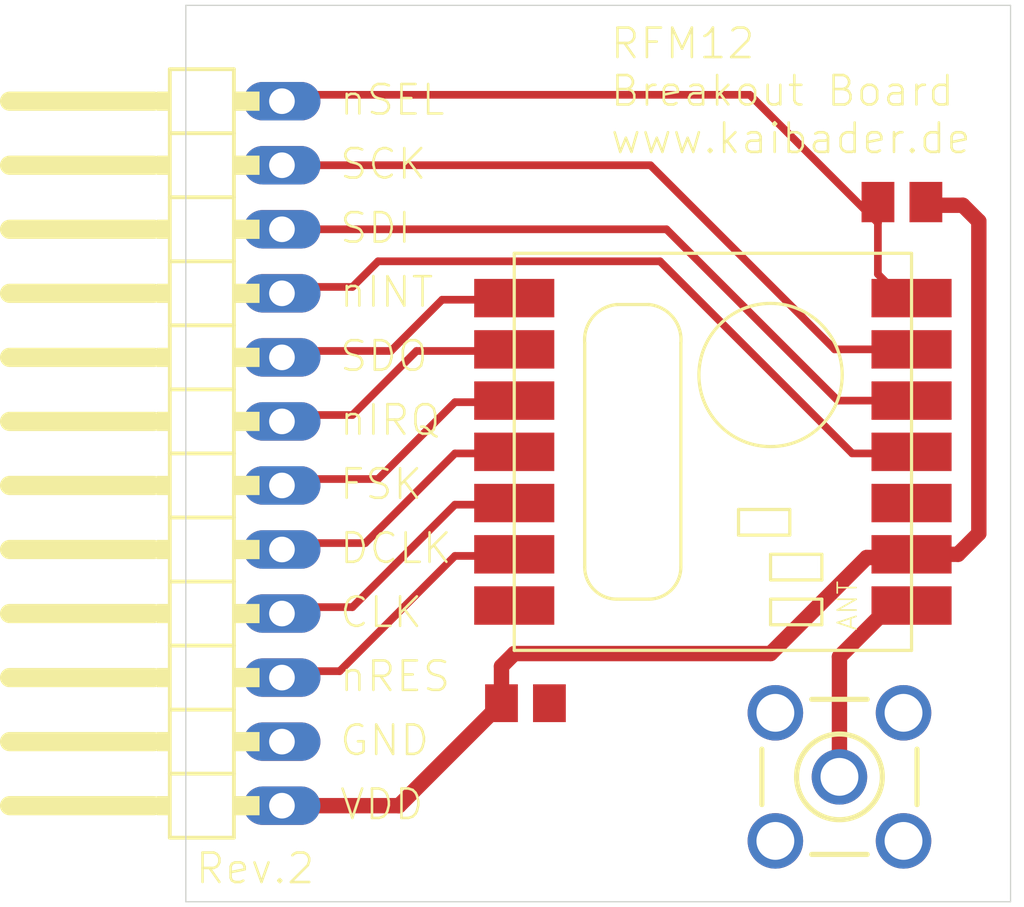
<source format=kicad_pcb>
(kicad_pcb (version 20211014) (generator pcbnew)
  (title_block (title "RFM12 Breakout Board") (date "2022-11-18") (rev "2") (company "Kai Christian Bader") (comment 1 "CC BY-SA 4.0"))
  (layers (0 "F.Cu" signal) (31 "B.Cu" signal) (34 "B.Paste" user) (35 "F.Paste" user) (36 "B.SilkS" user "B.Silkscreen") (37 "F.SilkS" user "F.Silkscreen") (38 "B.Mask" user) (39 "F.Mask" user) (44 "Edge.Cuts" user))
  (net 0 "")
  (net 1 "VCC")
  (net 2 "GND")
  (net 3 "NSEL")
  (net 4 "SCK")
  (net 5 "SDO")
  (net 6 "SDI")
  (net 7 "FSK")
  (net 8 "DCLK")
  (net 9 "CLK")
  (net 10 "NINT")
  (net 11 "NIRQ")
  (net 12 "NRES")
  (net 13 "ANT")
  (footprint "rfm12_breakout_board:1X12_90" (layer "F.Cu") (at 91.1225 61.0235 90)
    (fp_text reference "JP1" hide)
    (fp_text value "")
    (fp_line (start -7.62 1.905) (end -5.08 1.905) (layer "F.SilkS") (width 0.1524))
    (fp_line (start -5.08 1.905) (end -2.54 1.905) (layer "F.SilkS") (width 0.1524))
    (fp_line (start 3.81 -6.985) (end 3.81 -1.27) (layer "F.SilkS") (width 0.762))
    (fp_line (start 11.43 -6.985) (end 11.43 -1.27) (layer "F.SilkS") (width 0.762))
    (fp_line (start -7.62 1.905) (end -7.62 -0.635) (layer "F.SilkS") (width 0.1524))
    (fp_line (start -12.7 1.905) (end -10.16 1.905) (layer "F.SilkS") (width 0.1524))
    (fp_line (start -10.16 -0.635) (end -12.7 -0.635) (layer "F.SilkS") (width 0.1524))
    (fp_line (start 7.62 1.905) (end 7.62 -0.635) (layer "F.SilkS") (width 0.1524))
    (fp_line (start -1.27 -6.985) (end -1.27 -1.27) (layer "F.SilkS") (width 0.762))
    (fp_line (start -12.7 1.905) (end -12.7 -0.635) (layer "F.SilkS") (width 0.1524))
    (fp_line (start 6.35 -6.985) (end 6.35 -1.27) (layer "F.SilkS") (width 0.762))
    (fp_line (start 2.54 1.905) (end 2.54 -0.635) (layer "F.SilkS") (width 0.1524))
    (fp_line (start 5.08 1.905) (end 5.08 -0.635) (layer "F.SilkS") (width 0.1524))
    (fp_line (start -15.24 1.905) (end -12.7 1.905) (layer "F.SilkS") (width 0.1524))
    (fp_line (start -5.08 -0.635) (end -7.62 -0.635) (layer "F.SilkS") (width 0.1524))
    (fp_line (start -10.16 1.905) (end -10.16 -0.635) (layer "F.SilkS") (width 0.1524))
    (fp_line (start -10.16 1.905) (end -7.62 1.905) (layer "F.SilkS") (width 0.1524))
    (fp_line (start 7.62 1.905) (end 10.16 1.905) (layer "F.SilkS") (width 0.1524))
    (fp_line (start -6.35 -6.985) (end -6.35 -1.27) (layer "F.SilkS") (width 0.762))
    (fp_line (start 15.24 1.905) (end 15.24 -0.635) (layer "F.SilkS") (width 0.1524))
    (fp_line (start 8.89 -6.985) (end 8.89 -1.27) (layer "F.SilkS") (width 0.762))
    (fp_line (start 7.62 -0.635) (end 5.08 -0.635) (layer "F.SilkS") (width 0.1524))
    (fp_line (start -2.54 1.905) (end 0 1.905) (layer "F.SilkS") (width 0.1524))
    (fp_line (start -5.08 1.905) (end -5.08 -0.635) (layer "F.SilkS") (width 0.1524))
    (fp_line (start 5.08 -0.635) (end 2.54 -0.635) (layer "F.SilkS") (width 0.1524))
    (fp_line (start 12.7 -0.635) (end 10.16 -0.635) (layer "F.SilkS") (width 0.1524))
    (fp_line (start 0 1.905) (end 2.54 1.905) (layer "F.SilkS") (width 0.1524))
    (fp_line (start 10.16 -0.635) (end 7.62 -0.635) (layer "F.SilkS") (width 0.1524))
    (fp_line (start 1.27 -6.985) (end 1.27 -1.27) (layer "F.SilkS") (width 0.762))
    (fp_line (start -2.54 1.905) (end -2.54 -0.635) (layer "F.SilkS") (width 0.1524))
    (fp_line (start 0 -0.635) (end -2.54 -0.635) (layer "F.SilkS") (width 0.1524))
    (fp_line (start 12.7 1.905) (end 12.7 -0.635) (layer "F.SilkS") (width 0.1524))
    (fp_line (start 15.24 -0.635) (end 12.7 -0.635) (layer "F.SilkS") (width 0.1524))
    (fp_line (start -3.81 -6.985) (end -3.81 -1.27) (layer "F.SilkS") (width 0.762))
    (fp_line (start 10.16 1.905) (end 12.7 1.905) (layer "F.SilkS") (width 0.1524))
    (fp_line (start 2.54 1.905) (end 5.08 1.905) (layer "F.SilkS") (width 0.1524))
    (fp_line (start -15.24 -0.635) (end -15.24 1.905) (layer "F.SilkS") (width 0.1524))
    (fp_line (start 12.7 1.905) (end 15.24 1.905) (layer "F.SilkS") (width 0.1524))
    (fp_line (start 5.08 1.905) (end 7.62 1.905) (layer "F.SilkS") (width 0.1524))
    (fp_line (start -7.62 -0.635) (end -10.16 -0.635) (layer "F.SilkS") (width 0.1524))
    (fp_line (start -8.89 -6.985) (end -8.89 -1.27) (layer "F.SilkS") (width 0.762))
    (fp_line (start -12.7 -0.635) (end -15.24 -0.635) (layer "F.SilkS") (width 0.1524))
    (fp_line (start -11.43 -6.985) (end -11.43 -1.27) (layer "F.SilkS") (width 0.762))
    (fp_line (start 2.54 -0.635) (end 0 -0.635) (layer "F.SilkS") (width 0.1524))
    (fp_line (start -2.54 -0.635) (end -5.08 -0.635) (layer "F.SilkS") (width 0.1524))
    (fp_line (start 13.97 -6.985) (end 13.97 -1.27) (layer "F.SilkS") (width 0.762))
    (fp_line (start 10.16 1.905) (end 10.16 -0.635) (layer "F.SilkS") (width 0.1524))
    (fp_line (start 0 1.905) (end 0 -0.635) (layer "F.SilkS") (width 0.1524))
    (fp_line (start -13.97 -6.985) (end -13.97 -1.27) (layer "F.SilkS") (width 0.762))
    (fp_poly (pts (xy 13.589 2.921) (xy 14.351 2.921) (xy 14.351 1.905) (xy 13.589 1.905)) (layer "F.SilkS") (width 0) (fill solid))
    (fp_poly (pts (xy -14.351 -0.635) (xy -13.589 -0.635) (xy -13.589 -1.143) (xy -14.351 -1.143)) (layer "F.SilkS") (width 0) (fill solid))
    (fp_poly (pts (xy -1.651 2.921) (xy -0.889 2.921) (xy -0.889 1.905) (xy -1.651 1.905)) (layer "F.SilkS") (width 0) (fill solid))
    (fp_poly (pts (xy 8.509 2.921) (xy 9.271 2.921) (xy 9.271 1.905) (xy 8.509 1.905)) (layer "F.SilkS") (width 0) (fill solid))
    (fp_poly (pts (xy -1.651 -0.635) (xy -0.889 -0.635) (xy -0.889 -1.143) (xy -1.651 -1.143)) (layer "F.SilkS") (width 0) (fill solid))
    (fp_poly (pts (xy -14.351 2.921) (xy -13.589 2.921) (xy -13.589 1.905) (xy -14.351 1.905)) (layer "F.SilkS") (width 0) (fill solid))
    (fp_poly (pts (xy 11.049 -0.635) (xy 11.811 -0.635) (xy 11.811 -1.143) (xy 11.049 -1.143)) (layer "F.SilkS") (width 0) (fill solid))
    (fp_poly (pts (xy 13.589 -0.635) (xy 14.351 -0.635) (xy 14.351 -1.143) (xy 13.589 -1.143)) (layer "F.SilkS") (width 0) (fill solid))
    (fp_poly (pts (xy 0.889 -0.635) (xy 1.651 -0.635) (xy 1.651 -1.143) (xy 0.889 -1.143)) (layer "F.SilkS") (width 0) (fill solid))
    (fp_poly (pts (xy -11.811 -0.635) (xy -11.049 -0.635) (xy -11.049 -1.143) (xy -11.811 -1.143)) (layer "F.SilkS") (width 0) (fill solid))
    (fp_poly (pts (xy -9.271 -0.635) (xy -8.509 -0.635) (xy -8.509 -1.143) (xy -9.271 -1.143)) (layer "F.SilkS") (width 0) (fill solid))
    (fp_poly (pts (xy 5.969 2.921) (xy 6.731 2.921) (xy 6.731 1.905) (xy 5.969 1.905)) (layer "F.SilkS") (width 0) (fill solid))
    (fp_poly (pts (xy -11.811 2.921) (xy -11.049 2.921) (xy -11.049 1.905) (xy -11.811 1.905)) (layer "F.SilkS") (width 0) (fill solid))
    (fp_poly (pts (xy -9.271 2.921) (xy -8.509 2.921) (xy -8.509 1.905) (xy -9.271 1.905)) (layer "F.SilkS") (width 0) (fill solid))
    (fp_poly (pts (xy -4.191 2.921) (xy -3.429 2.921) (xy -3.429 1.905) (xy -4.191 1.905)) (layer "F.SilkS") (width 0) (fill solid))
    (fp_poly (pts (xy 0.889 2.921) (xy 1.651 2.921) (xy 1.651 1.905) (xy 0.889 1.905)) (layer "F.SilkS") (width 0) (fill solid))
    (fp_poly (pts (xy 3.429 -0.635) (xy 4.191 -0.635) (xy 4.191 -1.143) (xy 3.429 -1.143)) (layer "F.SilkS") (width 0) (fill solid))
    (fp_poly (pts (xy 11.049 2.921) (xy 11.811 2.921) (xy 11.811 1.905) (xy 11.049 1.905)) (layer "F.SilkS") (width 0) (fill solid))
    (fp_poly (pts (xy 3.429 2.921) (xy 4.191 2.921) (xy 4.191 1.905) (xy 3.429 1.905)) (layer "F.SilkS") (width 0) (fill solid))
    (fp_poly (pts (xy -6.731 2.921) (xy -5.969 2.921) (xy -5.969 1.905) (xy -6.731 1.905)) (layer "F.SilkS") (width 0) (fill solid))
    (fp_poly (pts (xy -4.191 -0.635) (xy -3.429 -0.635) (xy -3.429 -1.143) (xy -4.191 -1.143)) (layer "F.SilkS") (width 0) (fill solid))
    (fp_poly (pts (xy 8.509 -0.635) (xy 9.271 -0.635) (xy 9.271 -1.143) (xy 8.509 -1.143)) (layer "F.SilkS") (width 0) (fill solid))
    (fp_poly (pts (xy -6.731 -0.635) (xy -5.969 -0.635) (xy -5.969 -1.143) (xy -6.731 -1.143)) (layer "F.SilkS") (width 0) (fill solid))
    (fp_poly (pts (xy 5.969 -0.635) (xy 6.731 -0.635) (xy 6.731 -1.143) (xy 5.969 -1.143)) (layer "F.SilkS") (width 0) (fill solid))
    (pad "1" thru_hole oval (at -13.97 3.81 180) (size 3.048 1.524) (drill 1.016) (layers *.Cu *.Mask) (net 1 "VCC"))
    (pad "2" thru_hole oval (at -11.43 3.81 180) (size 3.048 1.524) (drill 1.016) (layers *.Cu *.Mask) (net 2 "GND"))
    (pad "3" thru_hole oval (at -8.89 3.81 180) (size 3.048 1.524) (drill 1.016) (layers *.Cu *.Mask) (net 12 "NRES"))
    (pad "4" thru_hole oval (at -6.35 3.81 180) (size 3.048 1.524) (drill 1.016) (layers *.Cu *.Mask) (net 9 "CLK"))
    (pad "5" thru_hole oval (at -3.81 3.81 180) (size 3.048 1.524) (drill 1.016) (layers *.Cu *.Mask) (net 8 "DCLK"))
    (pad "6" thru_hole oval (at -1.27 3.81 180) (size 3.048 1.524) (drill 1.016) (layers *.Cu *.Mask) (net 7 "FSK"))
    (pad "7" thru_hole oval (at 1.27 3.81 180) (size 3.048 1.524) (drill 1.016) (layers *.Cu *.Mask) (net 11 "NIRQ"))
    (pad "8" thru_hole oval (at 3.81 3.81 180) (size 3.048 1.524) (drill 1.016) (layers *.Cu *.Mask) (net 5 "SDO"))
    (pad "9" thru_hole oval (at 6.35 3.81 180) (size 3.048 1.524) (drill 1.016) (layers *.Cu *.Mask) (net 10 "NINT"))
    (pad "10" thru_hole oval (at 8.89 3.81 180) (size 3.048 1.524) (drill 1.016) (layers *.Cu *.Mask) (net 6 "SDI"))
    (pad "11" thru_hole oval (at 11.43 3.81 180) (size 3.048 1.524) (drill 1.016) (layers *.Cu *.Mask) (net 4 "SCK"))
    (pad "12" thru_hole oval (at 13.97 3.81 180) (size 3.048 1.524) (drill 1.016) (layers *.Cu *.Mask) (net 3 "NSEL"))
  )
  (footprint "rfm12_breakout_board:LTI-SASF54GT" (layer "F.Cu") (at 117.0305 73.8505 -90)
    (fp_text reference "X1" hide)
    (fp_text value "LTI-SASF54GT")
    (fp_line (start -3.075 1.1) (end -3.075 -1.1) (layer "F.SilkS") (width 0.2032))
    (fp_line (start -1.1 -3.075) (end 1.1 -3.075) (layer "F.SilkS") (width 0.2032))
    (fp_line (start 3.075 -1.1) (end 3.075 1.1) (layer "F.SilkS") (width 0.2032))
    (fp_line (start 1.1 3.075) (end -1.1 3.075) (layer "F.SilkS") (width 0.2032))
    (fp_circle (center 0 0) (end 1.7 0) (layer "F.SilkS") (width 0.2032) (fill none))
    (pad "1" thru_hole circle (at 0 0 270) (size 2.2 2.2) (drill 1.5) (layers *.Cu *.Mask) (net 13 "ANT"))
    (pad "2" thru_hole circle (at -2.54 -2.54 270) (size 2.2 2.2) (drill 1.5) (layers *.Cu *.Mask) (net 2 "GND"))
    (pad "3" thru_hole circle (at 2.54 -2.54 270) (size 2.2 2.2) (drill 1.5) (layers *.Cu *.Mask) (net 2 "GND"))
    (pad "4" thru_hole circle (at 2.54 2.54 270) (size 2.2 2.2) (drill 1.5) (layers *.Cu *.Mask) (net 2 "GND"))
    (pad "5" thru_hole circle (at -2.54 2.54 270) (size 2.2 2.2) (drill 1.5) (layers *.Cu *.Mask) (net 2 "GND"))
  )
  (footprint "rfm12_breakout_board:M0805" (layer "F.Cu") (at 119.507 51.054)
    (fp_text reference "R1" hide)
    (fp_text value "10k")
    (pad "1" smd rect (at -0.95 0) (size 1.3 1.6) (layers "F.Cu" "F.Paste" "F.Mask") (net 3 "NSEL"))
    (pad "2" smd rect (at 0.95 0) (size 1.3 1.6) (layers "F.Cu" "F.Paste" "F.Mask") (net 1 "VCC"))
  )
  (footprint "rfm12_breakout_board:RFM12" (layer "F.Cu") (at 104.14 53.086 -90)
    (fp_text reference "U$1" hide)
    (fp_text value "RFM12" hide)
    (fp_text user "ANT" (at 13.97 -13.208 -90) (layer "F.SilkS") (effects (font (size 0.747776 0.747776) (thickness 0.065024))))
    (fp_line (start 11.176 -10.922) (end 11.176 -8.89) (layer "F.SilkS") (width 0.127))
    (fp_line (start 0 -15.748) (end 0 0) (layer "F.SilkS") (width 0.127))
    (fp_line (start 13.716 -12.192) (end 13.716 -10.16) (layer "F.SilkS") (width 0.127))
    (fp_line (start 10.16 -8.89) (end 10.16 -10.922) (layer "F.SilkS") (width 0.127))
    (fp_line (start 15.748 0) (end 15.748 -15.748) (layer "F.SilkS") (width 0.127))
    (fp_line (start 12.446 -2.794) (end 3.556 -2.794) (layer "F.SilkS") (width 0.127))
    (fp_line (start 14.732 -12.192) (end 14.732 -10.16) (layer "F.SilkS") (width 0.127))
    (fp_line (start 11.176 -8.89) (end 10.16 -8.89) (layer "F.SilkS") (width 0.127))
    (fp_line (start 15.748 -15.748) (end 0 -15.748) (layer "F.SilkS") (width 0.127))
    (fp_line (start 13.716 -5.334) (end 13.716 -4.064) (layer "F.SilkS") (width 0.127))
    (fp_line (start 11.938 -10.16) (end 11.938 -12.192) (layer "F.SilkS") (width 0.127))
    (fp_line (start 0 0) (end 15.748 0) (layer "F.SilkS") (width 0.127))
    (fp_line (start 12.954 -10.16) (end 11.938 -10.16) (layer "F.SilkS") (width 0.127))
    (fp_line (start 11.938 -12.192) (end 12.954 -12.192) (layer "F.SilkS") (width 0.127))
    (fp_line (start 3.556 -6.604) (end 12.446 -6.604) (layer "F.SilkS") (width 0.127))
    (fp_line (start 2.032 -4.064) (end 2.032 -5.334) (layer "F.SilkS") (width 0.127))
    (fp_line (start 14.732 -10.16) (end 13.716 -10.16) (layer "F.SilkS") (width 0.127))
    (fp_line (start 10.16 -10.922) (end 11.176 -10.922) (layer "F.SilkS") (width 0.127))
    (fp_line (start 12.954 -12.192) (end 12.954 -10.16) (layer "F.SilkS") (width 0.127))
    (fp_line (start 13.716 -12.192) (end 14.732 -12.192) (layer "F.SilkS") (width 0.127))
    (fp_arc (start 12.446 -6.604) (mid 13.344026 -6.232026) (end 13.716 -5.334) (layer "F.SilkS") (width 0.127))
    (fp_arc (start 13.716 -4.064) (mid 13.344026 -3.165974) (end 12.446 -2.794) (layer "F.SilkS") (width 0.127))
    (fp_arc (start 3.556 -2.794) (mid 2.530974 -3.113369) (end 2.032 -4.064) (layer "F.SilkS") (width 0.127))
    (fp_arc (start 2.032 -5.334) (mid 2.530974 -6.284631) (end 3.556 -6.604) (layer "F.SilkS") (width 0.127))
    (fp_circle (center 4.826 -10.16) (end 7.665806 -10.16) (layer "F.SilkS") (width 0.127) (fill none))
    (pad "ANT" smd rect (at 13.97 -15.748 270) (size 1.524 3.175) (layers "F.Cu" "F.Paste" "F.Mask") (net 13 "ANT"))
    (pad "CLK" smd rect (at 9.906 0 270) (size 1.524 3.175) (layers "F.Cu" "F.Paste" "F.Mask") (net 9 "CLK"))
    (pad "DCLK" smd rect (at 7.874 0 270) (size 1.524 3.175) (layers "F.Cu" "F.Paste" "F.Mask") (net 8 "DCLK"))
    (pad "FSK" smd rect (at 5.842 0 270) (size 1.524 3.175) (layers "F.Cu" "F.Paste" "F.Mask") (net 7 "FSK"))
    (pad "GND1" smd rect (at 9.906 -15.748 270) (size 1.524 3.175) (layers "F.Cu" "F.Paste" "F.Mask") (net 2 "GND"))
    (pad "GND2" smd rect (at 13.97 0 270) (size 1.524 3.175) (layers "F.Cu" "F.Paste" "F.Mask") (net 2 "GND"))
    (pad "NINT" smd rect (at 7.874 -15.748 270) (size 1.524 3.175) (layers "F.Cu" "F.Paste" "F.Mask") (net 10 "NINT"))
    (pad "NIRQ" smd rect (at 3.81 0 270) (size 1.524 3.175) (layers "F.Cu" "F.Paste" "F.Mask") (net 11 "NIRQ"))
    (pad "NRES" smd rect (at 11.938 0 270) (size 1.524 3.175) (layers "F.Cu" "F.Paste" "F.Mask") (net 12 "NRES"))
    (pad "NSEL" smd rect (at 1.778 -15.748 270) (size 1.524 3.175) (layers "F.Cu" "F.Paste" "F.Mask") (net 3 "NSEL"))
    (pad "SCK" smd rect (at 3.81 -15.748 270) (size 1.524 3.175) (layers "F.Cu" "F.Paste" "F.Mask") (net 4 "SCK"))
    (pad "SDI" smd rect (at 5.842 -15.748 270) (size 1.524 3.175) (layers "F.Cu" "F.Paste" "F.Mask") (net 6 "SDI"))
    (pad "SDO" smd rect (at 1.778 0 270) (size 1.524 3.175) (layers "F.Cu" "F.Paste" "F.Mask") (net 5 "SDO"))
    (pad "VDD" smd rect (at 11.938 -15.748 270) (size 1.524 3.175) (layers "F.Cu" "F.Paste" "F.Mask") (net 1 "VCC"))
  )
  (footprint "rfm12_breakout_board:C0805" (layer "F.Cu") (at 104.5845 70.9295)
    (fp_text reference "C1" hide)
    (fp_text value "100nF")
    (pad "1" smd rect (at -0.95 0) (size 1.3 1.5) (layers "F.Cu" "F.Paste" "F.Mask") (net 1 "VCC"))
    (pad "2" smd rect (at 0.95 0) (size 1.3 1.5) (layers "F.Cu" "F.Paste" "F.Mask") (net 2 "GND"))
  )
  (gr_line (start 123.8125 78.8035) (end 123.8125 43.2535) (layer "Edge.Cuts") (width 0.05))
  (gr_line (start 91.1225 43.2535) (end 91.1225 78.8035) (layer "Edge.Cuts") (width 0.05))
  (gr_line (start 91.1225 78.8035) (end 123.8125 78.8035) (layer "Edge.Cuts") (width 0.05))
  (gr_line (start 123.8125 43.2535) (end 91.1225 43.2535) (layer "Edge.Cuts") (width 0.05))
  (gr_text "FSK" (at 97.155 62.9285) (layer "F.SilkS") (effects (font (size 1.1684 1.1684) (thickness 0.1016)) (justify left bottom)))
  (gr_text "SDO" (at 97.155 57.8485) (layer "F.SilkS") (effects (font (size 1.1684 1.1684) (thickness 0.1016)) (justify left bottom)))
  (gr_text "nIRQ" (at 97.155 60.3885) (layer "F.SilkS") (effects (font (size 1.1684 1.1684) (thickness 0.1016)) (justify left bottom)))
  (gr_text "DCLK" (at 97.155 65.4685) (layer "F.SilkS") (effects (font (size 1.1684 1.1684) (thickness 0.1016)) (justify left bottom)))
  (gr_text "RFM12\nBreakout Board\nwww.kaibader.de" (at 107.8865 49.2125) (layer "F.SilkS") (effects (font (size 1.1684 1.1684) (thickness 0.1016)) (justify left bottom)))
  (gr_text "SCK" (at 97.155 50.2285) (layer "F.SilkS") (effects (font (size 1.1684 1.1684) (thickness 0.1016)) (justify left bottom)))
  (gr_text "GND" (at 97.155 73.0885) (layer "F.SilkS") (effects (font (size 1.1684 1.1684) (thickness 0.1016)) (justify left bottom)))
  (gr_text "nSEL" (at 97.155 47.6885) (layer "F.SilkS") (effects (font (size 1.1684 1.1684) (thickness 0.1016)) (justify left bottom)))
  (gr_text "CLK" (at 97.155 68.0085) (layer "F.SilkS") (effects (font (size 1.1684 1.1684) (thickness 0.1016)) (justify left bottom)))
  (gr_text "Rev.2" (at 91.44 78.1685) (layer "F.SilkS") (effects (font (size 1.1684 1.1684) (thickness 0.1016)) (justify left bottom)))
  (gr_text "nRES" (at 97.155 70.5485) (layer "F.SilkS") (effects (font (size 1.1684 1.1684) (thickness 0.1016)) (justify left bottom)))
  (gr_text "SDI" (at 97.155 52.7685) (layer "F.SilkS") (effects (font (size 1.1684 1.1684) (thickness 0.1016)) (justify left bottom)))
  (gr_text "VDD" (at 97.155 75.6285) (layer "F.SilkS") (effects (font (size 1.1684 1.1684) (thickness 0.1016)) (justify left bottom)))
  (gr_text "nINT" (at 97.155 55.3085) (layer "F.SilkS") (effects (font (size 1.1684 1.1684) (thickness 0.1016)) (justify left bottom)))
  (segment (start 94.9325 74.9935) (end 99.5705 74.9935) (width 0.6096) (layer "F.Cu") (net 1))
  (segment (start 99.5705 74.9935) (end 103.6345 70.9295) (width 0.6096) (layer "F.Cu") (net 1))
  (segment (start 119.761 65.151) (end 119.888 65.024) (width 0.8128) (layer "F.Cu") (net 1))
  (segment (start 118.11 65.151) (end 119.761 65.151) (width 0.6096) (layer "F.Cu") (net 1))
  (segment (start 119.888 65.024) (end 121.7295 65.024) (width 0.6096) (layer "F.Cu") (net 1))
  (segment (start 122.555 64.1985) (end 122.555 51.816) (width 0.6096) (layer "F.Cu") (net 1))
  (segment (start 121.92 51.181) (end 120.584 51.181) (width 0.6096) (layer "F.Cu") (net 1))
  (segment (start 103.6345 70.9295) (end 103.6345 69.4665) (width 0.6096) (layer "F.Cu") (net 1))
  (segment (start 120.584 51.181) (end 120.457 51.054) (width 0.8128) (layer "F.Cu") (net 1))
  (segment (start 103.6345 69.4665) (end 104.14 68.961) (width 0.6096) (layer "F.Cu") (net 1))
  (segment (start 121.7295 65.024) (end 122.555 64.1985) (width 0.6096) (layer "F.Cu") (net 1))
  (segment (start 104.14 68.961) (end 114.3 68.961) (width 0.6096) (layer "F.Cu") (net 1))
  (segment (start 122.555 51.816) (end 121.92 51.181) (width 0.6096) (layer "F.Cu") (net 1))
  (segment (start 114.3 68.961) (end 118.11 65.151) (width 0.6096) (layer "F.Cu") (net 1))
  (segment (start 118.5545 51.8795) (end 113.4745 46.7995) (width 0.3048) (layer "F.Cu") (net 3))
  (segment (start 118.5545 51.8795) (end 118.5545 51.3715) (width 0.3048) (layer "F.Cu") (net 3))
  (segment (start 118.5545 53.9115) (end 118.5545 51.8795) (width 0.3048) (layer "F.Cu") (net 3))
  (segment (start 119.5705 54.9275) (end 118.5545 53.9115) (width 0.3048) (layer "F.Cu") (net 3))
  (segment (start 119.5705 54.9275) (end 119.888 54.864) (width 0.3048) (layer "F.Cu") (net 3))
  (segment (start 113.4745 46.7995) (end 95.1865 46.7995) (width 0.3048) (layer "F.Cu") (net 3))
  (segment (start 118.5545 51.3715) (end 118.557 51.054) (width 0.3048) (layer "F.Cu") (net 3))
  (segment (start 95.1865 46.7995) (end 94.9325 47.0535) (width 0.3048) (layer "F.Cu") (net 3))
  (segment (start 116.84 56.896) (end 109.5375 49.5935) (width 0.3048) (layer "F.Cu") (net 4))
  (segment (start 119.888 56.896) (end 116.84 56.896) (width 0.3048) (layer "F.Cu") (net 4))
  (segment (start 109.5375 49.5935) (end 94.9325 49.5935) (width 0.3048) (layer "F.Cu") (net 4))
  (segment (start 103.8225 54.9275) (end 104.14 54.864) (width 0.3048) (layer "F.Cu") (net 5))
  (segment (start 95.1865 56.9595) (end 94.9325 57.2135) (width 0.3048) (layer "F.Cu") (net 5))
  (segment (start 101.2825 54.9275) (end 99.2505 56.9595) (width 0.3048) (layer "F.Cu") (net 5))
  (segment (start 103.8225 54.9275) (end 101.2825 54.9275) (width 0.3048) (layer "F.Cu") (net 5))
  (segment (start 99.2505 56.9595) (end 95.1865 56.9595) (width 0.3048) (layer "F.Cu") (net 5))
  (segment (start 119.888 58.928) (end 116.967 58.928) (width 0.3048) (layer "F.Cu") (net 6))
  (segment (start 110.1725 52.1335) (end 94.9325 52.1335) (width 0.3048) (layer "F.Cu") (net 6))
  (segment (start 116.967 58.928) (end 110.1725 52.1335) (width 0.3048) (layer "F.Cu") (net 6))
  (segment (start 98.7425 62.0395) (end 95.1865 62.0395) (width 0.3048) (layer "F.Cu") (net 7))
  (segment (start 103.8225 58.9915) (end 101.7905 58.9915) (width 0.3048) (layer "F.Cu") (net 7))
  (segment (start 101.7905 58.9915) (end 98.7425 62.0395) (width 0.3048) (layer "F.Cu") (net 7))
  (segment (start 95.1865 62.0395) (end 94.9325 62.2935) (width 0.3048) (layer "F.Cu") (net 7))
  (segment (start 103.8225 58.9915) (end 104.14 58.928) (width 0.3048) (layer "F.Cu") (net 7))
  (segment (start 98.2345 64.5795) (end 95.1865 64.5795) (width 0.3048) (layer "F.Cu") (net 8))
  (segment (start 95.1865 64.5795) (end 94.9325 64.8335) (width 0.3048) (layer "F.Cu") (net 8))
  (segment (start 103.8225 61.0235) (end 101.7905 61.0235) (width 0.3048) (layer "F.Cu") (net 8))
  (segment (start 101.7905 61.0235) (end 98.2345 64.5795) (width 0.3048) (layer "F.Cu") (net 8))
  (segment (start 103.8225 61.0235) (end 104.14 60.96) (width 0.3048) (layer "F.Cu") (net 8))
  (segment (start 97.7265 67.1195) (end 95.1865 67.1195) (width 0.3048) (layer "F.Cu") (net 9))
  (segment (start 103.8225 63.0555) (end 101.7905 63.0555) (width 0.3048) (layer "F.Cu") (net 9))
  (segment (start 101.7905 63.0555) (end 97.7265 67.1195) (width 0.3048) (layer "F.Cu") (net 9))
  (segment (start 95.1865 67.1195) (end 94.9325 67.3735) (width 0.3048) (layer "F.Cu") (net 9))
  (segment (start 103.8225 63.0555) (end 104.14 62.992) (width 0.3048) (layer "F.Cu") (net 9))
  (segment (start 98.7425 53.4035) (end 97.7265 54.4195) (width 0.3048) (layer "F.Cu") (net 10))
  (segment (start 117.5385 61.0235) (end 109.9185 53.4035) (width 0.3048) (layer "F.Cu") (net 10))
  (segment (start 95.1865 54.4195) (end 94.9325 54.6735) (width 0.3048) (layer "F.Cu") (net 10))
  (segment (start 119.5705 61.0235) (end 117.5385 61.0235) (width 0.3048) (layer "F.Cu") (net 10))
  (segment (start 119.5705 61.0235) (end 119.888 60.96) (width 0.3048) (layer "F.Cu") (net 10))
  (segment (start 97.7265 54.4195) (end 95.1865 54.4195) (width 0.3048) (layer "F.Cu") (net 10))
  (segment (start 109.9185 53.4035) (end 98.7425 53.4035) (width 0.3048) (layer "F.Cu") (net 10))
  (segment (start 103.8225 56.9595) (end 104.14 56.896) (width 0.3048) (layer "F.Cu") (net 11))
  (segment (start 97.7265 59.4995) (end 95.1865 59.4995) (width 0.3048) (layer "F.Cu") (net 11))
  (segment (start 95.1865 59.4995) (end 94.9325 59.7535) (width 0.3048) (layer "F.Cu") (net 11))
  (segment (start 100.2665 56.9595) (end 97.7265 59.4995) (width 0.3048) (layer "F.Cu") (net 11))
  (segment (start 103.8225 56.9595) (end 100.2665 56.9595) (width 0.3048) (layer "F.Cu") (net 11))
  (segment (start 97.2185 69.6595) (end 95.1865 69.6595) (width 0.3048) (layer "F.Cu") (net 12))
  (segment (start 103.8225 65.0875) (end 101.7905 65.0875) (width 0.3048) (layer "F.Cu") (net 12))
  (segment (start 101.7905 65.0875) (end 97.2185 69.6595) (width 0.3048) (layer "F.Cu") (net 12))
  (segment (start 95.1865 69.6595) (end 94.9325 69.9135) (width 0.3048) (layer "F.Cu") (net 12))
  (segment (start 103.8225 65.0875) (end 104.14 65.024) (width 0.3048) (layer "F.Cu") (net 12))
  (segment (start 117.0305 69.088) (end 118.745 67.3735) (width 0.6096) (layer "F.Cu") (net 13))
  (segment (start 117.0305 73.8505) (end 117.0305 69.088) (width 0.6096) (layer "F.Cu") (net 13))
  (segment (start 119.5705 67.3735) (end 119.888 67.056) (width 0.8128) (layer "F.Cu") (net 13))
  (segment (start 118.745 67.3735) (end 119.5705 67.3735) (width 0.8128) (layer "F.Cu") (net 13))
)
</source>
